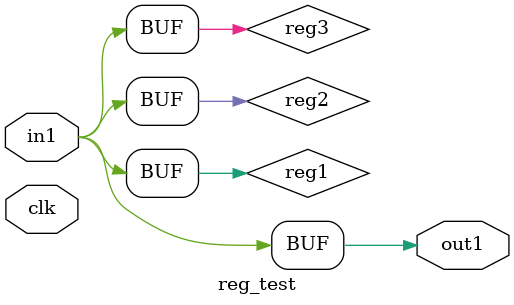
<source format=v>
module reg_test(clk,in1,out1);
input clk;
input in1;
output out1;
reg reg1,reg2,reg3,out1;
//always@(posedge clk)
always@(*)
begin
reg1 = in1;
reg2 = reg1;
reg3 = reg2;
out1 = reg3;
end
endmodule


</source>
